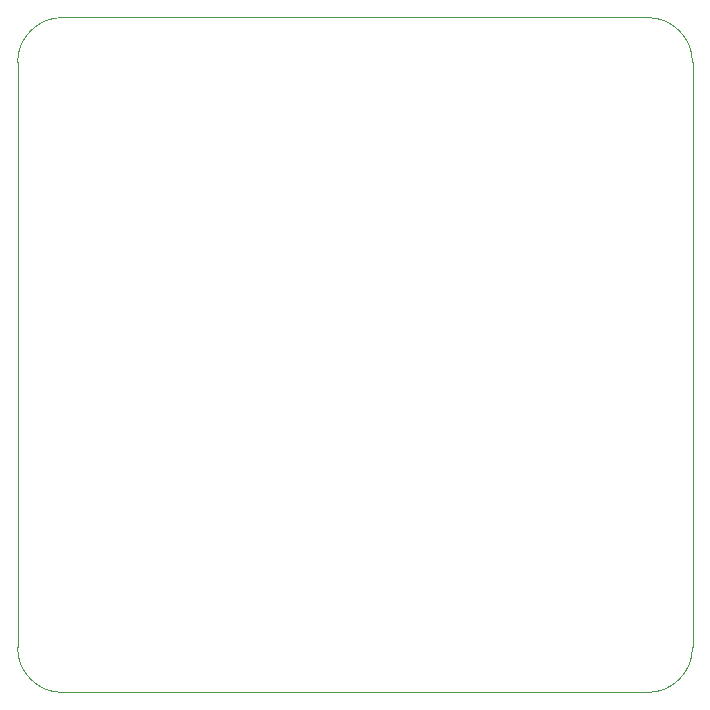
<source format=gm1>
G04 #@! TF.GenerationSoftware,KiCad,Pcbnew,8.0.6*
G04 #@! TF.CreationDate,2025-01-17T02:24:04-08:00*
G04 #@! TF.ProjectId,Constellation Stack V2.0,436f6e73-7465-46c6-9c61-74696f6e2053,rev?*
G04 #@! TF.SameCoordinates,Original*
G04 #@! TF.FileFunction,Profile,NP*
%FSLAX46Y46*%
G04 Gerber Fmt 4.6, Leading zero omitted, Abs format (unit mm)*
G04 Created by KiCad (PCBNEW 8.0.6) date 2025-01-17 02:24:04*
%MOMM*%
%LPD*%
G01*
G04 APERTURE LIST*
G04 #@! TA.AperFunction,Profile*
%ADD10C,0.100000*%
G04 #@! TD*
G04 APERTURE END LIST*
D10*
X29210000Y-82550000D02*
G75*
G02*
X25400000Y-78740000I0J3810000D01*
G01*
X78740000Y-25400000D02*
G75*
G02*
X82550000Y-29210000I0J-3810000D01*
G01*
X25400000Y-78740000D02*
X25400000Y-29210000D01*
X82550000Y-78740000D02*
G75*
G02*
X78740000Y-82550000I-3810000J0D01*
G01*
X82550000Y-78740000D02*
X82550000Y-29210000D01*
X29210000Y-82550000D02*
X78740000Y-82550000D01*
X25400000Y-29210000D02*
G75*
G02*
X29210000Y-25400000I3810000J0D01*
G01*
X29210000Y-25400000D02*
X78740000Y-25400000D01*
M02*

</source>
